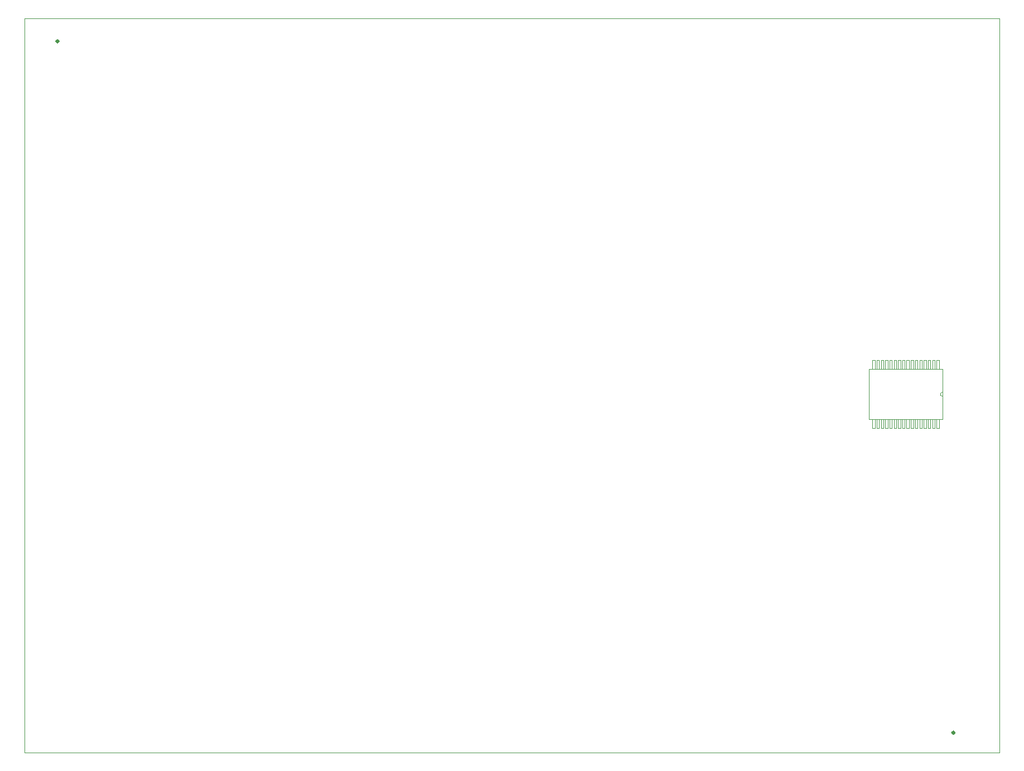
<source format=gbr>
%TF.GenerationSoftware,KiCad,Pcbnew,9.0.0*%
%TF.CreationDate,2025-08-01T10:40:34+02:00*%
%TF.ProjectId,ECU,4543552e-6b69-4636-9164-5f7063625858,0.3*%
%TF.SameCoordinates,Original*%
%TF.FileFunction,Other,ECO2*%
%FSLAX46Y46*%
G04 Gerber Fmt 4.6, Leading zero omitted, Abs format (unit mm)*
G04 Created by KiCad (PCBNEW 9.0.0) date 2025-08-01 10:40:34*
%MOMM*%
%LPD*%
G01*
G04 APERTURE LIST*
%ADD10C,0.100000*%
%ADD11C,0.350000*%
%TA.AperFunction,Profile*%
%ADD12C,0.050000*%
%TD*%
G04 APERTURE END LIST*
D10*
%TO.C,U7*%
X193202400Y-85290000D02*
X193202400Y-92910000D01*
X193202400Y-92910000D02*
X204327600Y-92910000D01*
X193710400Y-83943800D02*
X193710400Y-85290000D01*
X193710400Y-85290000D02*
X194091400Y-85290000D01*
X193710400Y-92910000D02*
X193710400Y-94256200D01*
X193710400Y-94256200D02*
X194091400Y-94256200D01*
X194091400Y-83943800D02*
X193710400Y-83943800D01*
X194091400Y-85290000D02*
X194091400Y-83943800D01*
X194091400Y-92910000D02*
X193710400Y-92910000D01*
X194091400Y-94256200D02*
X194091400Y-92910000D01*
X194345400Y-83943800D02*
X194345400Y-85290000D01*
X194345400Y-85290000D02*
X194726400Y-85290000D01*
X194345400Y-92910000D02*
X194345400Y-94256200D01*
X194345400Y-94256200D02*
X194726400Y-94256200D01*
X194726400Y-83943800D02*
X194345400Y-83943800D01*
X194726400Y-85290000D02*
X194726400Y-83943800D01*
X194726400Y-92910000D02*
X194345400Y-92910000D01*
X194726400Y-94256200D02*
X194726400Y-92910000D01*
X195005800Y-83943800D02*
X195005800Y-85290000D01*
X195005800Y-85290000D02*
X195386800Y-85290000D01*
X195005800Y-92910000D02*
X195005800Y-94256200D01*
X195005800Y-94256200D02*
X195386800Y-94256200D01*
X195386800Y-83943800D02*
X195005800Y-83943800D01*
X195386800Y-85290000D02*
X195386800Y-83943800D01*
X195386800Y-92910000D02*
X195005800Y-92910000D01*
X195386800Y-94256200D02*
X195386800Y-92910000D01*
X195640800Y-83943800D02*
X195640800Y-85290000D01*
X195640800Y-85290000D02*
X196021800Y-85290000D01*
X195640800Y-92910000D02*
X195640800Y-94256200D01*
X195640800Y-94256200D02*
X196021800Y-94256200D01*
X196021800Y-83943800D02*
X195640800Y-83943800D01*
X196021800Y-85290000D02*
X196021800Y-83943800D01*
X196021800Y-92910000D02*
X195640800Y-92910000D01*
X196021800Y-94256200D02*
X196021800Y-92910000D01*
X196301200Y-83943800D02*
X196301200Y-85290000D01*
X196301200Y-85290000D02*
X196682200Y-85290000D01*
X196301200Y-92910000D02*
X196301200Y-94256200D01*
X196301200Y-94256200D02*
X196682200Y-94256200D01*
X196682200Y-83943800D02*
X196301200Y-83943800D01*
X196682200Y-85290000D02*
X196682200Y-83943800D01*
X196682200Y-92910000D02*
X196301200Y-92910000D01*
X196682200Y-94256200D02*
X196682200Y-92910000D01*
X196961600Y-83943800D02*
X196961600Y-85290000D01*
X196961600Y-85290000D02*
X197342600Y-85290000D01*
X196961600Y-92910000D02*
X196961600Y-94256200D01*
X196961600Y-94256200D02*
X197342600Y-94256200D01*
X197342600Y-83943800D02*
X196961600Y-83943800D01*
X197342600Y-85290000D02*
X197342600Y-83943800D01*
X197342600Y-92910000D02*
X196961600Y-92910000D01*
X197342600Y-94256200D02*
X197342600Y-92910000D01*
X197596600Y-83943800D02*
X197596600Y-85290000D01*
X197596600Y-85290000D02*
X197977600Y-85290000D01*
X197596600Y-92910000D02*
X197596600Y-94256200D01*
X197596600Y-94256200D02*
X197977600Y-94256200D01*
X197977600Y-83943800D02*
X197596600Y-83943800D01*
X197977600Y-85290000D02*
X197977600Y-83943800D01*
X197977600Y-92910000D02*
X197596600Y-92910000D01*
X197977600Y-94256200D02*
X197977600Y-92910000D01*
X198257000Y-83943800D02*
X198257000Y-85290000D01*
X198257000Y-85290000D02*
X198638000Y-85290000D01*
X198257000Y-92910000D02*
X198257000Y-94256200D01*
X198257000Y-94256200D02*
X198638000Y-94256200D01*
X198638000Y-83943800D02*
X198257000Y-83943800D01*
X198638000Y-85290000D02*
X198638000Y-83943800D01*
X198638000Y-92910000D02*
X198257000Y-92910000D01*
X198638000Y-94256200D02*
X198638000Y-92910000D01*
X198892000Y-83943800D02*
X198892000Y-85290000D01*
X198892000Y-85290000D02*
X199273000Y-85290000D01*
X198892000Y-92910000D02*
X198892000Y-94256200D01*
X198892000Y-94256200D02*
X199273000Y-94256200D01*
X199273000Y-83943800D02*
X198892000Y-83943800D01*
X199273000Y-85290000D02*
X199273000Y-83943800D01*
X199273000Y-92910000D02*
X198892000Y-92910000D01*
X199273000Y-94256200D02*
X199273000Y-92910000D01*
X199552400Y-83943800D02*
X199552400Y-85290000D01*
X199552400Y-85290000D02*
X199933400Y-85290000D01*
X199552400Y-92910000D02*
X199552400Y-94256200D01*
X199552400Y-94256200D02*
X199933400Y-94256200D01*
X199933400Y-83943800D02*
X199552400Y-83943800D01*
X199933400Y-85290000D02*
X199933400Y-83943800D01*
X199933400Y-92910000D02*
X199552400Y-92910000D01*
X199933400Y-94256200D02*
X199933400Y-92910000D01*
X200187400Y-83943800D02*
X200187400Y-85290000D01*
X200187400Y-85290000D02*
X200568400Y-85290000D01*
X200187400Y-92910000D02*
X200187400Y-94256200D01*
X200187400Y-94256200D02*
X200568400Y-94256200D01*
X200568400Y-83943800D02*
X200187400Y-83943800D01*
X200568400Y-85290000D02*
X200568400Y-83943800D01*
X200568400Y-92910000D02*
X200187400Y-92910000D01*
X200568400Y-94256200D02*
X200568400Y-92910000D01*
X200847800Y-83943800D02*
X200847800Y-85290000D01*
X200847800Y-85290000D02*
X201228800Y-85290000D01*
X200847800Y-92910000D02*
X200847800Y-94256200D01*
X200847800Y-94256200D02*
X201228800Y-94256200D01*
X201228800Y-83943800D02*
X200847800Y-83943800D01*
X201228800Y-85290000D02*
X201228800Y-83943800D01*
X201228800Y-92910000D02*
X200847800Y-92910000D01*
X201228800Y-94256200D02*
X201228800Y-92910000D01*
X201508200Y-83943800D02*
X201508200Y-85290000D01*
X201508200Y-85290000D02*
X201889200Y-85290000D01*
X201508200Y-92910000D02*
X201508200Y-94256200D01*
X201508200Y-94256200D02*
X201889200Y-94256200D01*
X201889200Y-83943800D02*
X201508200Y-83943800D01*
X201889200Y-85290000D02*
X201889200Y-83943800D01*
X201889200Y-92910000D02*
X201508200Y-92910000D01*
X201889200Y-94256200D02*
X201889200Y-92910000D01*
X202143200Y-83943800D02*
X202143200Y-85290000D01*
X202143200Y-85290000D02*
X202524200Y-85290000D01*
X202143200Y-92910000D02*
X202143200Y-94256200D01*
X202143200Y-94256200D02*
X202524200Y-94256200D01*
X202524200Y-83943800D02*
X202143200Y-83943800D01*
X202524200Y-85290000D02*
X202524200Y-83943800D01*
X202524200Y-92910000D02*
X202143200Y-92910000D01*
X202524200Y-94256200D02*
X202524200Y-92910000D01*
X202803600Y-83943800D02*
X202803600Y-85290000D01*
X202803600Y-85290000D02*
X203184600Y-85290000D01*
X202803600Y-92910000D02*
X202803600Y-94256200D01*
X202803600Y-94256200D02*
X203184600Y-94256200D01*
X203184600Y-83943800D02*
X202803600Y-83943800D01*
X203184600Y-85290000D02*
X203184600Y-83943800D01*
X203184600Y-92910000D02*
X202803600Y-92910000D01*
X203184600Y-94256200D02*
X203184600Y-92910000D01*
X203438600Y-83943800D02*
X203438600Y-85290000D01*
X203438600Y-85290000D02*
X203819600Y-85290000D01*
X203438600Y-92910000D02*
X203438600Y-94256200D01*
X203438600Y-94256200D02*
X203819600Y-94256200D01*
X203819600Y-83943800D02*
X203438600Y-83943800D01*
X203819600Y-85290000D02*
X203819600Y-83943800D01*
X203819600Y-92910000D02*
X203438600Y-92910000D01*
X203819600Y-94256200D02*
X203819600Y-92910000D01*
X204327600Y-85290000D02*
X193202400Y-85290000D01*
X204327600Y-88795200D02*
X204327600Y-85290000D01*
X204327600Y-89404800D02*
X204327600Y-88795200D01*
X204327600Y-92910000D02*
X204327600Y-89404800D01*
X204327600Y-89404800D02*
G75*
G02*
X204327600Y-88795200I0J304800D01*
G01*
%TD*%
D11*
X70175000Y-35500000D02*
G75*
G02*
X69825000Y-35500000I-175000J0D01*
G01*
X69825000Y-35500000D02*
G75*
G02*
X70175000Y-35500000I175000J0D01*
G01*
X206175000Y-140500000D02*
G75*
G02*
X205825000Y-140500000I-175000J0D01*
G01*
X205825000Y-140500000D02*
G75*
G02*
X206175000Y-140500000I175000J0D01*
G01*
D12*
X65000000Y-32000000D02*
X213000000Y-32000000D01*
X213000000Y-143500000D01*
X65000000Y-143500000D01*
X65000000Y-32000000D01*
M02*

</source>
